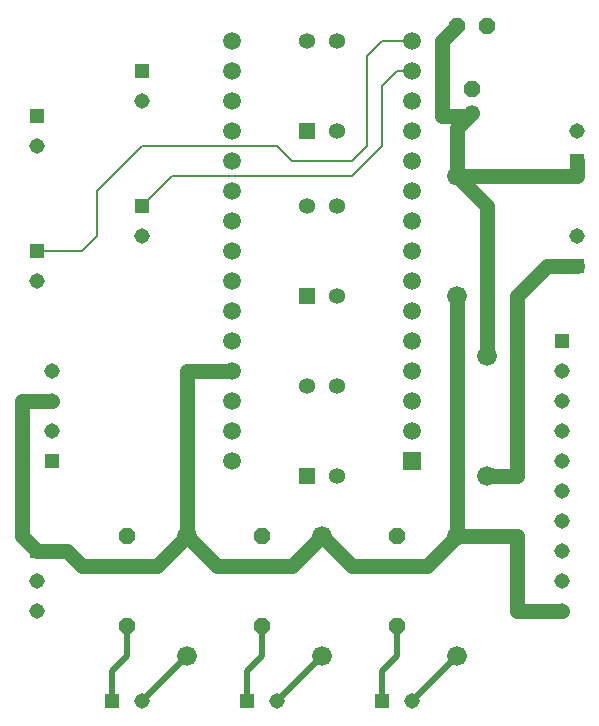
<source format=gbr>
G04 EAGLE Gerber RS-274X export*
G75*
%MOMM*%
%FSLAX34Y34*%
%LPD*%
%INTop Copper*%
%IPPOS*%
%AMOC8*
5,1,8,0,0,1.08239X$1,22.5*%
G01*
%ADD10P,1.429621X8X112.500000*%
%ADD11C,1.320800*%
%ADD12P,1.429621X8X22.500000*%
%ADD13C,1.676400*%
%ADD14R,1.508000X1.508000*%
%ADD15C,1.508000*%
%ADD16R,1.308000X1.308000*%
%ADD17C,1.308000*%
%ADD18R,1.358000X1.358000*%
%ADD19C,1.358000*%
%ADD20C,1.270000*%
%ADD21C,0.508000*%
%ADD22C,0.152400*%


D10*
X698500Y607060D03*
D11*
X698500Y586740D03*
D12*
X685800Y660400D03*
X711200Y660400D03*
D13*
X685800Y533400D03*
X685800Y431800D03*
X711200Y381000D03*
X711200Y279400D03*
D14*
X647700Y292100D03*
D15*
X647700Y317500D03*
X647700Y342900D03*
X647700Y368300D03*
X647700Y393700D03*
X647700Y419100D03*
X647700Y444500D03*
X647700Y469900D03*
X647700Y495300D03*
X647700Y520700D03*
X647700Y546100D03*
X647700Y571500D03*
X495300Y292100D03*
X495300Y317500D03*
X495300Y342900D03*
X495300Y368300D03*
X495300Y393700D03*
X495300Y419100D03*
X495300Y469900D03*
X495300Y495300D03*
X495300Y546100D03*
X495300Y571500D03*
X495300Y520700D03*
X495300Y444500D03*
X647700Y596900D03*
X647700Y622300D03*
X647700Y647700D03*
X495300Y596900D03*
X495300Y622300D03*
X495300Y647700D03*
D16*
X787400Y546100D03*
D17*
X787400Y571500D03*
D16*
X622300Y88900D03*
D17*
X647700Y88900D03*
D16*
X508000Y88900D03*
D17*
X533400Y88900D03*
D16*
X774700Y393700D03*
D17*
X774700Y368300D03*
X774700Y342900D03*
X774700Y317500D03*
X774700Y292100D03*
X774700Y266700D03*
X774700Y241300D03*
X774700Y215900D03*
X774700Y190500D03*
X774700Y165100D03*
D16*
X787400Y457200D03*
D17*
X787400Y482600D03*
D16*
X330200Y469900D03*
D17*
X330200Y444500D03*
D18*
X558800Y431800D03*
D19*
X584200Y431800D03*
X584200Y508000D03*
X558800Y508000D03*
D18*
X558800Y279400D03*
D19*
X584200Y279400D03*
X584200Y355600D03*
X558800Y355600D03*
D16*
X342900Y292100D03*
D17*
X342900Y317500D03*
X342900Y342900D03*
X342900Y368300D03*
D10*
X635000Y152400D03*
X635000Y228600D03*
X520700Y152400D03*
X520700Y228600D03*
D13*
X685800Y228600D03*
X685800Y127000D03*
X571500Y228600D03*
X571500Y127000D03*
D16*
X419100Y508000D03*
D17*
X419100Y482600D03*
D16*
X419100Y622300D03*
D17*
X419100Y596900D03*
D16*
X330200Y215900D03*
D17*
X330200Y190500D03*
X330200Y165100D03*
D18*
X558800Y571500D03*
D19*
X584200Y571500D03*
X584200Y647700D03*
X558800Y647700D03*
D10*
X406400Y152400D03*
X406400Y228600D03*
D13*
X457200Y228600D03*
X457200Y127000D03*
D16*
X393700Y88900D03*
D17*
X419100Y88900D03*
D16*
X330200Y584200D03*
D17*
X330200Y558800D03*
D20*
X685800Y228600D02*
X736600Y228600D01*
X736600Y165100D01*
X774700Y165100D01*
X685800Y228600D02*
X660400Y203200D01*
X596900Y203200D02*
X571500Y228600D01*
X596900Y203200D02*
X660400Y203200D01*
X571500Y228600D02*
X546100Y203200D01*
X482600Y203200D01*
X457200Y228600D01*
X431800Y203200D01*
X368300Y203200D01*
X355600Y215900D01*
X330200Y215900D01*
X317500Y228600D01*
X317500Y342900D01*
X342900Y342900D01*
X457200Y368300D02*
X495300Y368300D01*
X457200Y368300D02*
X457200Y228600D01*
X685800Y228600D02*
X685800Y431800D01*
X711200Y279400D02*
X736600Y279400D01*
X736600Y431800D01*
X762000Y457200D01*
X787400Y457200D01*
D21*
X520700Y152400D02*
X520700Y127000D01*
X508000Y114300D01*
X508000Y88900D01*
X533400Y88900D02*
X571500Y127000D01*
X635000Y127000D02*
X635000Y152400D01*
X635000Y127000D02*
X622300Y114300D01*
X622300Y88900D01*
X647700Y88900D02*
X685800Y127000D01*
D22*
X419100Y508000D02*
X444500Y533400D01*
X596900Y533400D01*
X622300Y558800D01*
X622300Y609600D01*
X635000Y622300D01*
X647700Y622300D01*
X381000Y482600D02*
X368300Y469900D01*
X381000Y482600D02*
X381000Y520700D01*
X419100Y558800D01*
X533400Y558800D01*
X546100Y546100D01*
X596900Y546100D01*
X609600Y558800D01*
X609600Y635000D01*
X622300Y647700D01*
X647700Y647700D01*
X368300Y469900D02*
X330200Y469900D01*
D21*
X457200Y127000D02*
X419100Y88900D01*
X406400Y127000D02*
X406400Y152400D01*
X406400Y127000D02*
X393700Y114300D01*
X393700Y88900D01*
D20*
X787400Y533400D02*
X787400Y546100D01*
X787400Y533400D02*
X685800Y533400D01*
X685800Y574040D01*
X698500Y586740D01*
D21*
X695960Y584200D01*
D20*
X673100Y584200D01*
X673100Y647700D01*
X685800Y660400D01*
X685800Y533400D02*
X711200Y508000D01*
X711200Y457200D01*
X711200Y381000D01*
M02*

</source>
